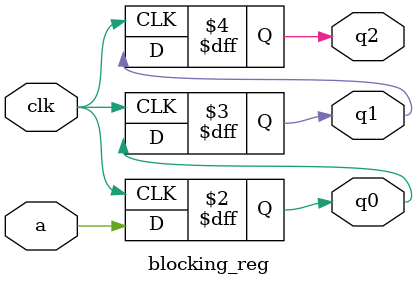
<source format=v>
`timescale 1ns / 1ps
module blocking_reg(a,clk,q0,q1,q2);

	 input a,clk;
	 output reg q0,q1,q2;
	 
	always @(posedge clk) 
	 begin	
	 q2=q1;
	 q1=q0;
	 q0=a;
	 end 
	 
endmodule

</source>
